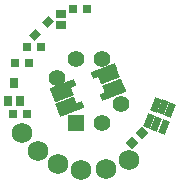
<source format=gts>
G04*
G04 #@! TF.GenerationSoftware,Altium Limited,Altium Designer,20.0.13 (296)*
G04*
G04 Layer_Color=8388736*
%FSLAX25Y25*%
%MOIN*%
G70*
G01*
G75*
%ADD20P,0.04194X4X270.0*%
G04:AMPARAMS|DCode=21|XSize=47.37mil|YSize=23.75mil|CornerRadius=0mil|HoleSize=0mil|Usage=FLASHONLY|Rotation=248.000|XOffset=0mil|YOffset=0mil|HoleType=Round|Shape=Rectangle|*
%AMROTATEDRECTD21*
4,1,4,-0.00214,0.02641,0.01988,0.01751,0.00214,-0.02641,-0.01988,-0.01751,-0.00214,0.02641,0.0*
%
%ADD21ROTATEDRECTD21*%

%ADD22R,0.02965X0.02965*%
%ADD23R,0.03241X0.03162*%
G04:AMPARAMS|DCode=24|XSize=29.26mil|YSize=24.54mil|CornerRadius=0mil|HoleSize=0mil|Usage=FLASHONLY|Rotation=225.000|XOffset=0mil|YOffset=0mil|HoleType=Round|Shape=Rectangle|*
%AMROTATEDRECTD24*
4,1,4,0.00167,0.01902,0.01902,0.00167,-0.00167,-0.01902,-0.01902,-0.00167,0.00167,0.01902,0.0*
%
%ADD24ROTATEDRECTD24*%

%ADD25R,0.02690X0.03339*%
G04:AMPARAMS|DCode=26|XSize=86.74mil|YSize=23.75mil|CornerRadius=0mil|HoleSize=0mil|Usage=FLASHONLY|Rotation=21.000|XOffset=0mil|YOffset=0mil|HoleType=Round|Shape=Rectangle|*
%AMROTATEDRECTD26*
4,1,4,-0.03623,-0.02663,-0.04475,-0.00446,0.03623,0.02663,0.04475,0.00446,-0.03623,-0.02663,0.0*
%
%ADD26ROTATEDRECTD26*%

G04:AMPARAMS|DCode=27|XSize=67.06mil|YSize=27.69mil|CornerRadius=0mil|HoleSize=0mil|Usage=FLASHONLY|Rotation=21.000|XOffset=0mil|YOffset=0mil|HoleType=Round|Shape=Rectangle|*
%AMROTATEDRECTD27*
4,1,4,-0.02634,-0.02494,-0.03626,0.00091,0.02634,0.02494,0.03626,-0.00091,-0.02634,-0.02494,0.0*
%
%ADD27ROTATEDRECTD27*%

%ADD28C,0.05493*%
%ADD29R,0.05493X0.05493*%
%ADD30C,0.06800*%
D20*
X44374Y12874D02*
D03*
X47626Y16126D02*
D03*
D21*
X54767Y18304D02*
D03*
X52394Y19262D02*
D03*
X50021Y20221D02*
D03*
X52233Y25696D02*
D03*
X54606Y24738D02*
D03*
X56979Y23779D02*
D03*
D22*
X29300Y57500D02*
D03*
X24700D02*
D03*
X9200Y45000D02*
D03*
X13800D02*
D03*
X9800Y39500D02*
D03*
X5200D02*
D03*
X4700Y22500D02*
D03*
X9300D02*
D03*
D23*
X20500Y52189D02*
D03*
Y55811D02*
D03*
D24*
X16227Y53227D02*
D03*
X11773Y48773D02*
D03*
D25*
X3032Y26864D02*
D03*
X6968D02*
D03*
X5000Y32785D02*
D03*
D26*
X37838Y29378D02*
D03*
X34945Y36913D02*
D03*
X21162Y31622D02*
D03*
X24055Y24087D02*
D03*
D27*
X37875Y32028D02*
D03*
X36746Y34968D02*
D03*
X21125Y28972D02*
D03*
X22254Y26032D02*
D03*
D28*
X19279Y34520D02*
D03*
X25500Y40744D02*
D03*
X34295D02*
D03*
X40520Y25721D02*
D03*
X34295Y19500D02*
D03*
D29*
X25500D02*
D03*
D30*
X7677Y16220D02*
D03*
X12992Y10118D02*
D03*
X19646Y5906D02*
D03*
X27283Y3740D02*
D03*
X35591Y4134D02*
D03*
X43386Y7165D02*
D03*
M02*

</source>
